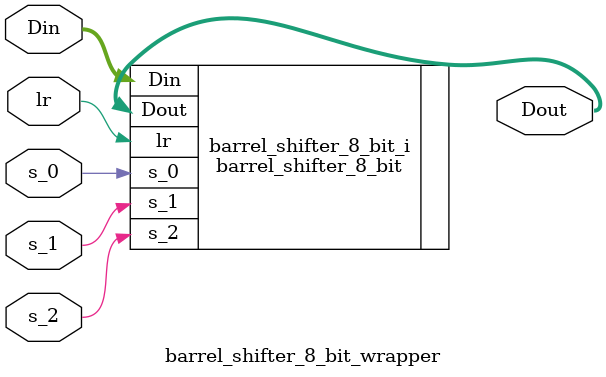
<source format=v>
`timescale 1 ps / 1 ps

module barrel_shifter_8_bit_wrapper
   (Din,
    Dout,
    lr,
    s_0,
    s_1,
    s_2);
  input [7:0]Din;
  output [7:0]Dout;
  input lr;
  input s_0;
  input s_1;
  input s_2;

  wire [7:0]Din;
  wire [7:0]Dout;
  wire lr;
  wire s_0;
  wire s_1;
  wire s_2;

  barrel_shifter_8_bit barrel_shifter_8_bit_i
       (.Din(Din),
        .Dout(Dout),
        .lr(lr),
        .s_0(s_0),
        .s_1(s_1),
        .s_2(s_2));
endmodule

</source>
